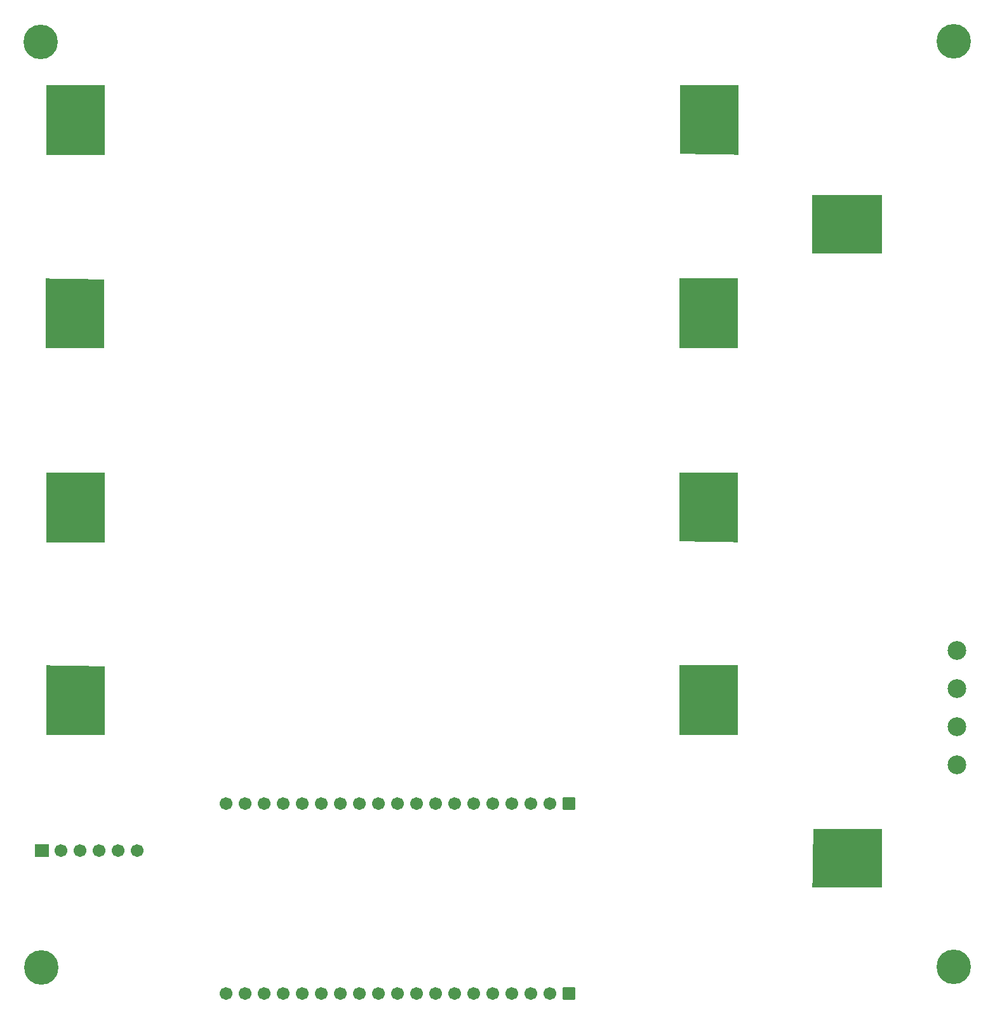
<source format=gbs>
G04 Layer: BottomSolderMaskLayer*
G04 EasyEDA v6.5.23, 2023-05-27 13:46:53*
G04 ad855449ed234b6990cb81ca5ba1a863,ef4dac4c239f4a7f90591e71bd1ece2f,10*
G04 Gerber Generator version 0.2*
G04 Scale: 100 percent, Rotated: No, Reflected: No *
G04 Dimensions in inches *
G04 leading zeros omitted , absolute positions ,3 integer and 6 decimal *
%FSLAX36Y36*%
%MOIN*%

%AMMACRO1*4,1,28,-0.1525,-0.182,-0.1531,-0.1819,-0.1537,-0.1816,-0.1541,-0.1812,-0.1544,-0.1806,-0.1545,-0.18,-0.1545,-0.18,-0.1545,0.18,-0.1545,0.18,-0.1544,0.1806,-0.1541,0.1812,-0.1537,0.1816,-0.1531,0.1819,-0.1525,0.182,0.1525,0.182,0.1531,0.1819,0.1537,0.1816,0.1541,0.1812,0.1544,0.1806,0.1545,0.18,0.1545,0.18,0.1545,-0.18,0.1545,-0.18,0.1544,-0.1806,0.1541,-0.1812,0.1537,-0.1816,0.1531,-0.1819,0.1525,-0.182,-0.1525,-0.182,0*%
%AMMACRO2*4,1,30,-0.1525,-0.182,-0.1531,-0.1819,-0.1537,-0.1816,-0.1541,-0.1812,-0.1544,-0.1806,-0.1545,-0.18,-0.1545,-0.18,-0.1545,0.18,-0.1545,0.18,-0.1544,0.1806,-0.1541,0.1812,-0.1537,0.1816,-0.1531,0.1819,-0.1525,0.182,-0.1525,0.182,0.1525,0.177,0.1525,0.177,0.1531,0.1769,0.1537,0.1766,0.1541,0.1762,0.1544,0.1756,0.1545,0.175,0.1545,0.175,0.1545,-0.18,0.1545,-0.18,0.1544,-0.1806,0.1541,-0.1812,0.1537,-0.1816,0.1531,-0.1819,0.1525,-0.182,-0.1525,-0.182,0*%
%AMMACRO3*4,1,30,0.1524,-0.182,-0.1526,-0.177,-0.1525,-0.177,-0.1531,-0.1769,-0.1537,-0.1766,-0.1541,-0.1762,-0.1544,-0.1756,-0.1545,-0.175,-0.1545,-0.175,-0.1545,0.18,-0.1545,0.18,-0.1544,0.1806,-0.1541,0.1812,-0.1537,0.1816,-0.1531,0.1819,-0.1525,0.182,0.1525,0.182,0.1531,0.1819,0.1537,0.1816,0.1541,0.1812,0.1544,0.1806,0.1545,0.18,0.1545,0.18,0.1545,-0.18,0.1545,-0.18,0.1544,-0.1806,0.1541,-0.1812,0.1537,-0.1816,0.1531,-0.1819,0.1525,-0.182,0.1524,-0.182,0*%
%AMMACRO4*4,1,28,-0.18,-0.1545,-0.1806,-0.1544,-0.1812,-0.1541,-0.1816,-0.1537,-0.1819,-0.1531,-0.182,-0.1525,-0.182,-0.1525,-0.182,0.1525,-0.182,0.1525,-0.1819,0.1531,-0.1816,0.1537,-0.1812,0.1541,-0.1806,0.1544,-0.18,0.1545,0.18,0.1545,0.1806,0.1544,0.1812,0.1541,0.1816,0.1537,0.1819,0.1531,0.182,0.1525,0.182,0.1525,0.182,-0.1525,0.182,-0.1525,0.1819,-0.1531,0.1816,-0.1537,0.1812,-0.1541,0.1806,-0.1544,0.18,-0.1545,-0.18,-0.1545,0*%
%AMMACRO5*4,1,28,-0.18,-0.1545,-0.1806,-0.1544,-0.1812,-0.1541,-0.1816,-0.1537,-0.1819,-0.1531,-0.182,-0.1525,-0.182,-0.1525,-0.177,0.1525,-0.177,0.1525,-0.1769,0.1531,-0.1766,0.1537,-0.1762,0.1541,-0.1756,0.1544,-0.175,0.1545,0.18,0.1545,0.1806,0.1544,0.1812,0.1541,0.1816,0.1537,0.1819,0.1531,0.182,0.1525,0.182,0.1525,0.182,-0.1525,0.182,-0.1525,0.1819,-0.1531,0.1816,-0.1537,0.1812,-0.1541,0.1806,-0.1544,0.18,-0.1545,-0.18,-0.1545,0*%
%AMMACRO6*1,1,$1,$2,$3*1,1,$1,$4,$5*1,1,$1,0-$2,0-$3*1,1,$1,0-$4,0-$5*20,1,$1,$2,$3,$4,$5,0*20,1,$1,$4,$5,0-$2,0-$3,0*20,1,$1,0-$2,0-$3,0-$4,0-$5,0*20,1,$1,0-$4,0-$5,$2,$3,0*4,1,4,$2,$3,$4,$5,0-$2,0-$3,0-$4,0-$5,$2,$3,0*%
%ADD10MACRO1*%
%ADD11MACRO2*%
%ADD12MACRO3*%
%ADD13MACRO4*%
%ADD14MACRO5*%
%ADD15C,0.0670*%
%ADD16MACRO6,0.004X-0.0354X0.0315X0.0354X0.0315*%
%ADD17MACRO6,0.004X0.0315X-0.0315X-0.0315X-0.0315*%
%ADD18C,0.0985*%
%ADD19C,0.1812*%

%LPD*%
D10*
G01*
X2491520Y925000D03*
D11*
G01*
X-833479Y925000D03*
D10*
G01*
X-833479Y1934000D03*
D12*
G01*
X2491520Y1934000D03*
D10*
G01*
X2490520Y2953000D03*
D11*
G01*
X-834479Y2953000D03*
D10*
G01*
X-831479Y3969000D03*
D12*
G01*
X2493520Y3969000D03*
D13*
G01*
X3218020Y3420500D03*
D14*
G01*
X3218020Y95500D03*
D15*
G01*
X-507999Y135000D03*
G01*
X-607999Y135000D03*
G01*
X-707999Y135000D03*
G01*
X-807999Y135000D03*
G01*
X-907999Y135000D03*
D16*
G01*
X-1007999Y135000D03*
D15*
G01*
X-40999Y381000D03*
G01*
X59000Y381000D03*
G01*
X159000Y381000D03*
G01*
X259000Y381000D03*
G01*
X359000Y381000D03*
G01*
X459000Y381000D03*
G01*
X559000Y381000D03*
G01*
X659000Y381000D03*
G01*
X759000Y381000D03*
G01*
X859000Y381000D03*
G01*
X959000Y381000D03*
G01*
X1059000Y381000D03*
G01*
X1159000Y381000D03*
G01*
X1259000Y381000D03*
G01*
X1359000Y381000D03*
G01*
X1459000Y381000D03*
G01*
X1559000Y381000D03*
G01*
X1659000Y381000D03*
D17*
G01*
X1758998Y380998D03*
D15*
G01*
X-40999Y-613999D03*
G01*
X59000Y-613999D03*
G01*
X159000Y-613999D03*
G01*
X259000Y-613999D03*
G01*
X359000Y-613999D03*
G01*
X459000Y-613999D03*
G01*
X559000Y-613999D03*
G01*
X659000Y-613999D03*
G01*
X759000Y-613999D03*
G01*
X859000Y-613999D03*
G01*
X959000Y-613999D03*
G01*
X1059000Y-613999D03*
G01*
X1159000Y-613999D03*
G01*
X1259000Y-613999D03*
G01*
X1359000Y-613999D03*
G01*
X1459000Y-613999D03*
G01*
X1559000Y-613999D03*
G01*
X1659000Y-613999D03*
D17*
G01*
X1759000Y-613999D03*
D18*
G01*
X3796000Y585000D03*
G01*
X3796000Y785000D03*
G01*
X3796000Y985000D03*
G01*
X3796000Y1185000D03*
D19*
G01*
X3778000Y4380000D03*
G01*
X-1013999Y4377000D03*
G01*
X-1012999Y-478999D03*
G01*
X3779000Y-476999D03*
M02*

</source>
